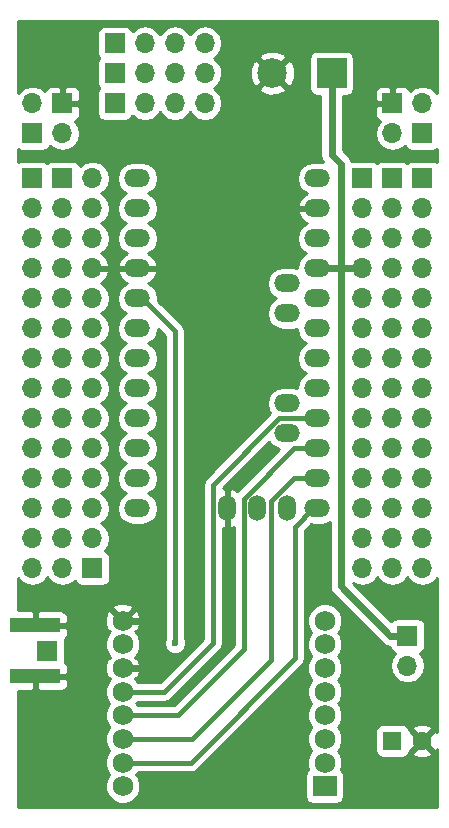
<source format=gbl>
G04 #@! TF.FileFunction,Copper,L2,Bot,Signal*
%FSLAX46Y46*%
G04 Gerber Fmt 4.6, Leading zero omitted, Abs format (unit mm)*
G04 Created by KiCad (PCBNEW 4.0.6) date 07/21/18 17:07:37*
%MOMM*%
%LPD*%
G01*
G04 APERTURE LIST*
%ADD10C,0.100000*%
%ADD11R,2.000000X1.727200*%
%ADD12C,1.727200*%
%ADD13R,1.700000X1.700000*%
%ADD14O,1.700000X1.700000*%
%ADD15R,4.191000X1.270000*%
%ADD16R,1.600000X1.600000*%
%ADD17C,1.600000*%
%ADD18O,2.199640X1.501140*%
%ADD19O,1.501140X2.199640*%
%ADD20R,2.500000X2.500000*%
%ADD21C,2.500000*%
%ADD22C,0.600000*%
%ADD23C,0.600000*%
%ADD24C,0.400000*%
%ADD25C,0.254000*%
G04 APERTURE END LIST*
D10*
D11*
X145385000Y-116235000D03*
D12*
X145385000Y-114235000D03*
X145385000Y-112235000D03*
X145385000Y-110235000D03*
X145385000Y-108235000D03*
X145385000Y-106235000D03*
X145385000Y-104235000D03*
X145385000Y-102235000D03*
X128285000Y-102235000D03*
X128285000Y-104235000D03*
X128285000Y-106235000D03*
X128285000Y-108235000D03*
X128285000Y-110235000D03*
X128285000Y-112235000D03*
X128285000Y-114235000D03*
X128285000Y-116235000D03*
D13*
X123190000Y-64770000D03*
D14*
X123190000Y-67310000D03*
X123190000Y-69850000D03*
X123190000Y-72390000D03*
X123190000Y-74930000D03*
X123190000Y-77470000D03*
X123190000Y-80010000D03*
X123190000Y-82550000D03*
X123190000Y-85090000D03*
X123190000Y-87630000D03*
X123190000Y-90170000D03*
X123190000Y-92710000D03*
X123190000Y-95250000D03*
X123190000Y-97790000D03*
D15*
X120904000Y-102628700D03*
X120904000Y-106921300D03*
D16*
X151130000Y-112395000D03*
D17*
X153630000Y-112395000D03*
D18*
X142240000Y-83820000D03*
X142240000Y-86360000D03*
X129540000Y-64770000D03*
X129540000Y-67310000D03*
X129540000Y-69850000D03*
X129540000Y-72390000D03*
X129540000Y-74930000D03*
X129540000Y-77470000D03*
X129540000Y-80010000D03*
X129540000Y-82550000D03*
X129540000Y-85090000D03*
X129540000Y-87630000D03*
X129540000Y-90170000D03*
X129540000Y-92710000D03*
X144780000Y-92710000D03*
X144780000Y-90170000D03*
X144780000Y-87630000D03*
X144780000Y-85090000D03*
X144780000Y-82550000D03*
X144780000Y-80010000D03*
X144780000Y-77470000D03*
X144780000Y-74930000D03*
X144780000Y-72390000D03*
X144780000Y-69850000D03*
X144780000Y-67310000D03*
X144780000Y-64770000D03*
X142240000Y-76200000D03*
X142240000Y-73660000D03*
D19*
X142240000Y-92710000D03*
X139700000Y-92710000D03*
X137160000Y-92710000D03*
D13*
X120650000Y-64770000D03*
D14*
X120650000Y-67310000D03*
X120650000Y-69850000D03*
X120650000Y-72390000D03*
X120650000Y-74930000D03*
X120650000Y-77470000D03*
X120650000Y-80010000D03*
X120650000Y-82550000D03*
X120650000Y-85090000D03*
X120650000Y-87630000D03*
X120650000Y-90170000D03*
X120650000Y-92710000D03*
X120650000Y-95250000D03*
X120650000Y-97790000D03*
D13*
X125730000Y-97790000D03*
D14*
X125730000Y-95250000D03*
X125730000Y-92710000D03*
X125730000Y-90170000D03*
X125730000Y-87630000D03*
X125730000Y-85090000D03*
X125730000Y-82550000D03*
X125730000Y-80010000D03*
X125730000Y-77470000D03*
X125730000Y-74930000D03*
X125730000Y-72390000D03*
X125730000Y-69850000D03*
X125730000Y-67310000D03*
X125730000Y-64770000D03*
D13*
X148590000Y-64770000D03*
D14*
X148590000Y-67310000D03*
X148590000Y-69850000D03*
X148590000Y-72390000D03*
X148590000Y-74930000D03*
X148590000Y-77470000D03*
X148590000Y-80010000D03*
X148590000Y-82550000D03*
X148590000Y-85090000D03*
X148590000Y-87630000D03*
X148590000Y-90170000D03*
X148590000Y-92710000D03*
X148590000Y-95250000D03*
X148590000Y-97790000D03*
D13*
X151130000Y-64770000D03*
D14*
X151130000Y-67310000D03*
X151130000Y-69850000D03*
X151130000Y-72390000D03*
X151130000Y-74930000D03*
X151130000Y-77470000D03*
X151130000Y-80010000D03*
X151130000Y-82550000D03*
X151130000Y-85090000D03*
X151130000Y-87630000D03*
X151130000Y-90170000D03*
X151130000Y-92710000D03*
X151130000Y-95250000D03*
X151130000Y-97790000D03*
D13*
X153670000Y-64770000D03*
D14*
X153670000Y-67310000D03*
X153670000Y-69850000D03*
X153670000Y-72390000D03*
X153670000Y-74930000D03*
X153670000Y-77470000D03*
X153670000Y-80010000D03*
X153670000Y-82550000D03*
X153670000Y-85090000D03*
X153670000Y-87630000D03*
X153670000Y-90170000D03*
X153670000Y-92710000D03*
X153670000Y-95250000D03*
X153670000Y-97790000D03*
D13*
X153670000Y-60960000D03*
D14*
X153670000Y-58420000D03*
D13*
X120650000Y-60960000D03*
D14*
X120650000Y-58420000D03*
D13*
X151130000Y-58420000D03*
D14*
X151130000Y-60960000D03*
D13*
X123190000Y-58420000D03*
D14*
X123190000Y-60960000D03*
D20*
X145970000Y-55880000D03*
D21*
X140970000Y-55880000D03*
D13*
X121920000Y-104775000D03*
X152400000Y-103505000D03*
D14*
X152400000Y-106045000D03*
D13*
X127635000Y-53340000D03*
D14*
X130175000Y-53340000D03*
X132715000Y-53340000D03*
X135255000Y-53340000D03*
D13*
X127635000Y-55880000D03*
D14*
X130175000Y-55880000D03*
X132715000Y-55880000D03*
X135255000Y-55880000D03*
D13*
X127635000Y-58420000D03*
D14*
X130175000Y-58420000D03*
X132715000Y-58420000D03*
X135255000Y-58420000D03*
D22*
X132715000Y-104140000D03*
D23*
X128285000Y-102235000D02*
X130810000Y-102235000D01*
X130810000Y-102235000D02*
X130810000Y-106045000D01*
X130810000Y-106045000D02*
X130620000Y-106235000D01*
X130620000Y-106235000D02*
X128285000Y-106235000D01*
X146748601Y-72390000D02*
X148590000Y-72390000D01*
X146748601Y-63563601D02*
X146748601Y-72390000D01*
X146748601Y-72390000D02*
X146748601Y-99303601D01*
X144780000Y-72390000D02*
X146748601Y-72390000D01*
X146748601Y-63563601D02*
X145970000Y-62785000D01*
X145970000Y-62785000D02*
X145970000Y-55880000D01*
X144780000Y-72390000D02*
X144430750Y-72390000D01*
X146748601Y-99303601D02*
X150950000Y-103505000D01*
X150950000Y-103505000D02*
X152400000Y-103505000D01*
D24*
X132695001Y-77735751D02*
X132695001Y-104120001D01*
X132695001Y-104120001D02*
X132715000Y-104140000D01*
X129889250Y-74930000D02*
X129540000Y-74930000D01*
X132695001Y-77735751D02*
X129889250Y-74930000D01*
X128285000Y-114235000D02*
X134050000Y-114235000D01*
X134050000Y-114235000D02*
X142875000Y-105410000D01*
X142875000Y-105410000D02*
X142875000Y-94265750D01*
X142875000Y-94265750D02*
X144430750Y-92710000D01*
X144430750Y-92710000D02*
X144780000Y-92710000D01*
X128285000Y-112235000D02*
X134145000Y-112235000D01*
X134145000Y-112235000D02*
X140850580Y-105529420D01*
X140850580Y-105529420D02*
X140850580Y-92123005D01*
X140850580Y-92123005D02*
X142803585Y-90170000D01*
X142803585Y-90170000D02*
X144780000Y-90170000D01*
X128285000Y-110235000D02*
X132970000Y-110235000D01*
X132970000Y-110235000D02*
X138549420Y-104655580D01*
X138549420Y-104655580D02*
X138549420Y-91884165D01*
X138549420Y-91884165D02*
X142803585Y-87630000D01*
X142803585Y-87630000D02*
X143280180Y-87630000D01*
X143280180Y-87630000D02*
X144780000Y-87630000D01*
X128285000Y-108235000D02*
X131795000Y-108235000D01*
X131795000Y-108235000D02*
X135909420Y-104120580D01*
X135909420Y-104120580D02*
X135909420Y-90714165D01*
X135909420Y-90714165D02*
X141533585Y-85090000D01*
X141533585Y-85090000D02*
X143280180Y-85090000D01*
X143280180Y-85090000D02*
X144780000Y-85090000D01*
D25*
G36*
X154890000Y-57580748D02*
X154749147Y-57369946D01*
X154267378Y-57048039D01*
X153699093Y-56935000D01*
X153640907Y-56935000D01*
X153072622Y-57048039D01*
X152590853Y-57369946D01*
X152586903Y-57375858D01*
X152518327Y-57210301D01*
X152339698Y-57031673D01*
X152106309Y-56935000D01*
X151415750Y-56935000D01*
X151257000Y-57093750D01*
X151257000Y-58293000D01*
X151277000Y-58293000D01*
X151277000Y-58547000D01*
X151257000Y-58547000D01*
X151257000Y-58567000D01*
X151003000Y-58567000D01*
X151003000Y-58547000D01*
X149803750Y-58547000D01*
X149645000Y-58705750D01*
X149645000Y-59396310D01*
X149741673Y-59629699D01*
X149920302Y-59808327D01*
X150094777Y-59880597D01*
X150050853Y-59909946D01*
X149728946Y-60391715D01*
X149615907Y-60960000D01*
X149728946Y-61528285D01*
X150050853Y-62010054D01*
X150532622Y-62331961D01*
X151100907Y-62445000D01*
X151159093Y-62445000D01*
X151727378Y-62331961D01*
X152209147Y-62010054D01*
X152209971Y-62008821D01*
X152216838Y-62045317D01*
X152355910Y-62261441D01*
X152568110Y-62406431D01*
X152820000Y-62457440D01*
X154520000Y-62457440D01*
X154755317Y-62413162D01*
X154890000Y-62326496D01*
X154890000Y-63404270D01*
X154771890Y-63323569D01*
X154520000Y-63272560D01*
X152820000Y-63272560D01*
X152584683Y-63316838D01*
X152397923Y-63437015D01*
X152231890Y-63323569D01*
X151980000Y-63272560D01*
X150280000Y-63272560D01*
X150044683Y-63316838D01*
X149857923Y-63437015D01*
X149691890Y-63323569D01*
X149440000Y-63272560D01*
X147740000Y-63272560D01*
X147629832Y-63293289D01*
X147612428Y-63205792D01*
X147409746Y-62902456D01*
X146905000Y-62397710D01*
X146905000Y-57777440D01*
X147220000Y-57777440D01*
X147455317Y-57733162D01*
X147671441Y-57594090D01*
X147774204Y-57443690D01*
X149645000Y-57443690D01*
X149645000Y-58134250D01*
X149803750Y-58293000D01*
X151003000Y-58293000D01*
X151003000Y-57093750D01*
X150844250Y-56935000D01*
X150153691Y-56935000D01*
X149920302Y-57031673D01*
X149741673Y-57210301D01*
X149645000Y-57443690D01*
X147774204Y-57443690D01*
X147816431Y-57381890D01*
X147867440Y-57130000D01*
X147867440Y-54630000D01*
X147823162Y-54394683D01*
X147684090Y-54178559D01*
X147471890Y-54033569D01*
X147220000Y-53982560D01*
X144720000Y-53982560D01*
X144484683Y-54026838D01*
X144268559Y-54165910D01*
X144123569Y-54378110D01*
X144072560Y-54630000D01*
X144072560Y-57130000D01*
X144116838Y-57365317D01*
X144255910Y-57581441D01*
X144468110Y-57726431D01*
X144720000Y-57777440D01*
X145035000Y-57777440D01*
X145035000Y-62785000D01*
X145106173Y-63142809D01*
X145283618Y-63408375D01*
X145163237Y-63384430D01*
X144396763Y-63384430D01*
X143866528Y-63489900D01*
X143417017Y-63790254D01*
X143116663Y-64239765D01*
X143011193Y-64770000D01*
X143116663Y-65300235D01*
X143417017Y-65749746D01*
X143866528Y-66050100D01*
X143874072Y-66051601D01*
X143783183Y-66078501D01*
X143361202Y-66420056D01*
X143102050Y-66897097D01*
X143087867Y-66968725D01*
X143210521Y-67183000D01*
X144653000Y-67183000D01*
X144653000Y-67163000D01*
X144907000Y-67163000D01*
X144907000Y-67183000D01*
X144927000Y-67183000D01*
X144927000Y-67437000D01*
X144907000Y-67437000D01*
X144907000Y-67457000D01*
X144653000Y-67457000D01*
X144653000Y-67437000D01*
X143210521Y-67437000D01*
X143087867Y-67651275D01*
X143102050Y-67722903D01*
X143361202Y-68199944D01*
X143783183Y-68541499D01*
X143874072Y-68568399D01*
X143866528Y-68569900D01*
X143417017Y-68870254D01*
X143116663Y-69319765D01*
X143011193Y-69850000D01*
X143116663Y-70380235D01*
X143417017Y-70829746D01*
X143851412Y-71120000D01*
X143417017Y-71410254D01*
X143116663Y-71859765D01*
X143018541Y-72353061D01*
X142623237Y-72274430D01*
X141856763Y-72274430D01*
X141326528Y-72379900D01*
X140877017Y-72680254D01*
X140576663Y-73129765D01*
X140471193Y-73660000D01*
X140576663Y-74190235D01*
X140877017Y-74639746D01*
X141311412Y-74930000D01*
X140877017Y-75220254D01*
X140576663Y-75669765D01*
X140471193Y-76200000D01*
X140576663Y-76730235D01*
X140877017Y-77179746D01*
X141326528Y-77480100D01*
X141856763Y-77585570D01*
X142623237Y-77585570D01*
X143018541Y-77506939D01*
X143116663Y-78000235D01*
X143417017Y-78449746D01*
X143851412Y-78740000D01*
X143417017Y-79030254D01*
X143116663Y-79479765D01*
X143011193Y-80010000D01*
X143116663Y-80540235D01*
X143417017Y-80989746D01*
X143851412Y-81280000D01*
X143417017Y-81570254D01*
X143116663Y-82019765D01*
X143018541Y-82513061D01*
X142623237Y-82434430D01*
X141856763Y-82434430D01*
X141326528Y-82539900D01*
X140877017Y-82840254D01*
X140576663Y-83289765D01*
X140471193Y-83820000D01*
X140576663Y-84350235D01*
X140783271Y-84659446D01*
X135318986Y-90123731D01*
X135137981Y-90394624D01*
X135074420Y-90714165D01*
X135074420Y-103774712D01*
X131449132Y-107400000D01*
X129561473Y-107400000D01*
X129556192Y-107387220D01*
X129423273Y-107254069D01*
X129453475Y-107223867D01*
X129338807Y-107109199D01*
X129591516Y-107027259D01*
X129795248Y-106466970D01*
X129769058Y-105871365D01*
X129591516Y-105442741D01*
X129338807Y-105360801D01*
X129453475Y-105246133D01*
X129423410Y-105216068D01*
X129554710Y-105084997D01*
X129783339Y-104534398D01*
X129783859Y-103938218D01*
X129556192Y-103387220D01*
X129423273Y-103254069D01*
X129453475Y-103223867D01*
X129338807Y-103109199D01*
X129591516Y-103027259D01*
X129795248Y-102466970D01*
X129769058Y-101871365D01*
X129591516Y-101442741D01*
X129338805Y-101360800D01*
X128464605Y-102235000D01*
X128478748Y-102249143D01*
X128299143Y-102428748D01*
X128285000Y-102414605D01*
X128270858Y-102428748D01*
X128091253Y-102249143D01*
X128105395Y-102235000D01*
X127231195Y-101360800D01*
X126978484Y-101442741D01*
X126774752Y-102003030D01*
X126800942Y-102598635D01*
X126978484Y-103027259D01*
X127231193Y-103109199D01*
X127116525Y-103223867D01*
X127146590Y-103253932D01*
X127015290Y-103385003D01*
X126786661Y-103935602D01*
X126786141Y-104531782D01*
X127013808Y-105082780D01*
X127146727Y-105215931D01*
X127116525Y-105246133D01*
X127231193Y-105360801D01*
X126978484Y-105442741D01*
X126774752Y-106003030D01*
X126800942Y-106598635D01*
X126978484Y-107027259D01*
X127231193Y-107109199D01*
X127116525Y-107223867D01*
X127146590Y-107253932D01*
X127015290Y-107385003D01*
X126786661Y-107935602D01*
X126786141Y-108531782D01*
X127013808Y-109082780D01*
X127165659Y-109234896D01*
X127015290Y-109385003D01*
X126786661Y-109935602D01*
X126786141Y-110531782D01*
X127013808Y-111082780D01*
X127165659Y-111234896D01*
X127015290Y-111385003D01*
X126786661Y-111935602D01*
X126786141Y-112531782D01*
X127013808Y-113082780D01*
X127165659Y-113234896D01*
X127015290Y-113385003D01*
X126786661Y-113935602D01*
X126786141Y-114531782D01*
X127013808Y-115082780D01*
X127165659Y-115234896D01*
X127015290Y-115385003D01*
X126786661Y-115935602D01*
X126786141Y-116531782D01*
X127013808Y-117082780D01*
X127435003Y-117504710D01*
X127985602Y-117733339D01*
X128581782Y-117733859D01*
X129132780Y-117506192D01*
X129554710Y-117084997D01*
X129783339Y-116534398D01*
X129783859Y-115938218D01*
X129556192Y-115387220D01*
X129540400Y-115371400D01*
X143737560Y-115371400D01*
X143737560Y-117098600D01*
X143781838Y-117333917D01*
X143920910Y-117550041D01*
X144133110Y-117695031D01*
X144385000Y-117746040D01*
X146385000Y-117746040D01*
X146620317Y-117701762D01*
X146836441Y-117562690D01*
X146981431Y-117350490D01*
X147032440Y-117098600D01*
X147032440Y-115371400D01*
X146988162Y-115136083D01*
X146849090Y-114919959D01*
X146751054Y-114852974D01*
X146883339Y-114534398D01*
X146883859Y-113938218D01*
X146656192Y-113387220D01*
X146504341Y-113235104D01*
X146654710Y-113084997D01*
X146883339Y-112534398D01*
X146883859Y-111938218D01*
X146742045Y-111595000D01*
X149682560Y-111595000D01*
X149682560Y-113195000D01*
X149726838Y-113430317D01*
X149865910Y-113646441D01*
X150078110Y-113791431D01*
X150330000Y-113842440D01*
X151930000Y-113842440D01*
X152165317Y-113798162D01*
X152381441Y-113659090D01*
X152526431Y-113446890D01*
X152535370Y-113402745D01*
X152801861Y-113402745D01*
X152875995Y-113648864D01*
X153413223Y-113841965D01*
X153983454Y-113814778D01*
X154384005Y-113648864D01*
X154458139Y-113402745D01*
X153630000Y-112574605D01*
X152801861Y-113402745D01*
X152535370Y-113402745D01*
X152574646Y-113208799D01*
X152622255Y-113223139D01*
X153450395Y-112395000D01*
X152622255Y-111566861D01*
X152574833Y-111581145D01*
X152538351Y-111387255D01*
X152801861Y-111387255D01*
X153630000Y-112215395D01*
X154458139Y-111387255D01*
X154384005Y-111141136D01*
X153846777Y-110948035D01*
X153276546Y-110975222D01*
X152875995Y-111141136D01*
X152801861Y-111387255D01*
X152538351Y-111387255D01*
X152533162Y-111359683D01*
X152394090Y-111143559D01*
X152181890Y-110998569D01*
X151930000Y-110947560D01*
X150330000Y-110947560D01*
X150094683Y-110991838D01*
X149878559Y-111130910D01*
X149733569Y-111343110D01*
X149682560Y-111595000D01*
X146742045Y-111595000D01*
X146656192Y-111387220D01*
X146504341Y-111235104D01*
X146654710Y-111084997D01*
X146883339Y-110534398D01*
X146883859Y-109938218D01*
X146656192Y-109387220D01*
X146504341Y-109235104D01*
X146654710Y-109084997D01*
X146883339Y-108534398D01*
X146883859Y-107938218D01*
X146656192Y-107387220D01*
X146504341Y-107235104D01*
X146654710Y-107084997D01*
X146883339Y-106534398D01*
X146883859Y-105938218D01*
X146656192Y-105387220D01*
X146504341Y-105235104D01*
X146654710Y-105084997D01*
X146883339Y-104534398D01*
X146883859Y-103938218D01*
X146656192Y-103387220D01*
X146504341Y-103235104D01*
X146654710Y-103084997D01*
X146883339Y-102534398D01*
X146883859Y-101938218D01*
X146656192Y-101387220D01*
X146234997Y-100965290D01*
X145684398Y-100736661D01*
X145088218Y-100736141D01*
X144537220Y-100963808D01*
X144115290Y-101385003D01*
X143886661Y-101935602D01*
X143886141Y-102531782D01*
X144113808Y-103082780D01*
X144265659Y-103234896D01*
X144115290Y-103385003D01*
X143886661Y-103935602D01*
X143886141Y-104531782D01*
X144113808Y-105082780D01*
X144265659Y-105234896D01*
X144115290Y-105385003D01*
X143886661Y-105935602D01*
X143886141Y-106531782D01*
X144113808Y-107082780D01*
X144265659Y-107234896D01*
X144115290Y-107385003D01*
X143886661Y-107935602D01*
X143886141Y-108531782D01*
X144113808Y-109082780D01*
X144265659Y-109234896D01*
X144115290Y-109385003D01*
X143886661Y-109935602D01*
X143886141Y-110531782D01*
X144113808Y-111082780D01*
X144265659Y-111234896D01*
X144115290Y-111385003D01*
X143886661Y-111935602D01*
X143886141Y-112531782D01*
X144113808Y-113082780D01*
X144265659Y-113234896D01*
X144115290Y-113385003D01*
X143886661Y-113935602D01*
X143886141Y-114531782D01*
X144018675Y-114852539D01*
X143933559Y-114907310D01*
X143788569Y-115119510D01*
X143737560Y-115371400D01*
X129540400Y-115371400D01*
X129404341Y-115235104D01*
X129554710Y-115084997D01*
X129560937Y-115070000D01*
X134050000Y-115070000D01*
X134369541Y-115006439D01*
X134640434Y-114825434D01*
X143465434Y-106000434D01*
X143646440Y-105729540D01*
X143710000Y-105410000D01*
X143710000Y-94611618D01*
X144254371Y-94067247D01*
X144396763Y-94095570D01*
X145163237Y-94095570D01*
X145693472Y-93990100D01*
X145813601Y-93909832D01*
X145813601Y-99303601D01*
X145884774Y-99661410D01*
X146087456Y-99964746D01*
X150288855Y-104166145D01*
X150592191Y-104368827D01*
X150917331Y-104433502D01*
X150946838Y-104590317D01*
X151085910Y-104806441D01*
X151298110Y-104951431D01*
X151365541Y-104965086D01*
X151320853Y-104994946D01*
X150998946Y-105476715D01*
X150885907Y-106045000D01*
X150998946Y-106613285D01*
X151320853Y-107095054D01*
X151802622Y-107416961D01*
X152370907Y-107530000D01*
X152429093Y-107530000D01*
X152997378Y-107416961D01*
X153479147Y-107095054D01*
X153801054Y-106613285D01*
X153914093Y-106045000D01*
X153801054Y-105476715D01*
X153479147Y-104994946D01*
X153437548Y-104967150D01*
X153485317Y-104958162D01*
X153701441Y-104819090D01*
X153846431Y-104606890D01*
X153897440Y-104355000D01*
X153897440Y-102655000D01*
X153853162Y-102419683D01*
X153714090Y-102203559D01*
X153501890Y-102058569D01*
X153250000Y-102007560D01*
X151550000Y-102007560D01*
X151314683Y-102051838D01*
X151098559Y-102190910D01*
X151041585Y-102274295D01*
X147801644Y-99034354D01*
X147992622Y-99161961D01*
X148560907Y-99275000D01*
X148619093Y-99275000D01*
X149187378Y-99161961D01*
X149669147Y-98840054D01*
X149860000Y-98554422D01*
X150050853Y-98840054D01*
X150532622Y-99161961D01*
X151100907Y-99275000D01*
X151159093Y-99275000D01*
X151727378Y-99161961D01*
X152209147Y-98840054D01*
X152400000Y-98554422D01*
X152590853Y-98840054D01*
X153072622Y-99161961D01*
X153640907Y-99275000D01*
X153699093Y-99275000D01*
X154267378Y-99161961D01*
X154749147Y-98840054D01*
X154890000Y-98629252D01*
X154890000Y-111655809D01*
X154883864Y-111640995D01*
X154637745Y-111566861D01*
X153809605Y-112395000D01*
X154637745Y-113223139D01*
X154883864Y-113149005D01*
X154890000Y-113131934D01*
X154890000Y-117983000D01*
X119430000Y-117983000D01*
X119430000Y-108191300D01*
X120618250Y-108191300D01*
X120777000Y-108032550D01*
X120777000Y-107048300D01*
X121031000Y-107048300D01*
X121031000Y-108032550D01*
X121189750Y-108191300D01*
X123125810Y-108191300D01*
X123359199Y-108094627D01*
X123537827Y-107915998D01*
X123634500Y-107682609D01*
X123634500Y-107207050D01*
X123475750Y-107048300D01*
X121031000Y-107048300D01*
X120777000Y-107048300D01*
X120757000Y-107048300D01*
X120757000Y-106794300D01*
X120777000Y-106794300D01*
X120777000Y-106774300D01*
X121031000Y-106774300D01*
X121031000Y-106794300D01*
X123475750Y-106794300D01*
X123634500Y-106635550D01*
X123634500Y-106159991D01*
X123537827Y-105926602D01*
X123386923Y-105775697D01*
X123417440Y-105625000D01*
X123417440Y-103925000D01*
X123388742Y-103772484D01*
X123537827Y-103623398D01*
X123634500Y-103390009D01*
X123634500Y-102914450D01*
X123475750Y-102755700D01*
X121031000Y-102755700D01*
X121031000Y-102775700D01*
X120777000Y-102775700D01*
X120777000Y-102755700D01*
X120757000Y-102755700D01*
X120757000Y-102501700D01*
X120777000Y-102501700D01*
X120777000Y-101517450D01*
X121031000Y-101517450D01*
X121031000Y-102501700D01*
X123475750Y-102501700D01*
X123634500Y-102342950D01*
X123634500Y-101867391D01*
X123537827Y-101634002D01*
X123359199Y-101455373D01*
X123125810Y-101358700D01*
X121189750Y-101358700D01*
X121031000Y-101517450D01*
X120777000Y-101517450D01*
X120618250Y-101358700D01*
X119430000Y-101358700D01*
X119430000Y-101181195D01*
X127410800Y-101181195D01*
X128285000Y-102055395D01*
X129159200Y-101181195D01*
X129077259Y-100928484D01*
X128516970Y-100724752D01*
X127921365Y-100750942D01*
X127492741Y-100928484D01*
X127410800Y-101181195D01*
X119430000Y-101181195D01*
X119430000Y-98629252D01*
X119570853Y-98840054D01*
X120052622Y-99161961D01*
X120620907Y-99275000D01*
X120679093Y-99275000D01*
X121247378Y-99161961D01*
X121729147Y-98840054D01*
X121920000Y-98554422D01*
X122110853Y-98840054D01*
X122592622Y-99161961D01*
X123160907Y-99275000D01*
X123219093Y-99275000D01*
X123787378Y-99161961D01*
X124269147Y-98840054D01*
X124269971Y-98838821D01*
X124276838Y-98875317D01*
X124415910Y-99091441D01*
X124628110Y-99236431D01*
X124880000Y-99287440D01*
X126580000Y-99287440D01*
X126815317Y-99243162D01*
X127031441Y-99104090D01*
X127176431Y-98891890D01*
X127227440Y-98640000D01*
X127227440Y-96940000D01*
X127183162Y-96704683D01*
X127044090Y-96488559D01*
X126831890Y-96343569D01*
X126764459Y-96329914D01*
X126809147Y-96300054D01*
X127131054Y-95818285D01*
X127244093Y-95250000D01*
X127131054Y-94681715D01*
X126809147Y-94199946D01*
X126479974Y-93980000D01*
X126809147Y-93760054D01*
X127131054Y-93278285D01*
X127244093Y-92710000D01*
X127131054Y-92141715D01*
X126809147Y-91659946D01*
X126479974Y-91440000D01*
X126809147Y-91220054D01*
X127131054Y-90738285D01*
X127244093Y-90170000D01*
X127131054Y-89601715D01*
X126809147Y-89119946D01*
X126479974Y-88900000D01*
X126809147Y-88680054D01*
X127131054Y-88198285D01*
X127244093Y-87630000D01*
X127131054Y-87061715D01*
X126809147Y-86579946D01*
X126479974Y-86360000D01*
X126809147Y-86140054D01*
X127131054Y-85658285D01*
X127244093Y-85090000D01*
X127131054Y-84521715D01*
X126809147Y-84039946D01*
X126479974Y-83820000D01*
X126809147Y-83600054D01*
X127131054Y-83118285D01*
X127244093Y-82550000D01*
X127131054Y-81981715D01*
X126809147Y-81499946D01*
X126479974Y-81280000D01*
X126809147Y-81060054D01*
X127131054Y-80578285D01*
X127244093Y-80010000D01*
X127131054Y-79441715D01*
X126809147Y-78959946D01*
X126479974Y-78740000D01*
X126809147Y-78520054D01*
X127131054Y-78038285D01*
X127244093Y-77470000D01*
X127131054Y-76901715D01*
X126809147Y-76419946D01*
X126479974Y-76200000D01*
X126809147Y-75980054D01*
X127131054Y-75498285D01*
X127244093Y-74930000D01*
X127771193Y-74930000D01*
X127876663Y-75460235D01*
X128177017Y-75909746D01*
X128611412Y-76200000D01*
X128177017Y-76490254D01*
X127876663Y-76939765D01*
X127771193Y-77470000D01*
X127876663Y-78000235D01*
X128177017Y-78449746D01*
X128611412Y-78740000D01*
X128177017Y-79030254D01*
X127876663Y-79479765D01*
X127771193Y-80010000D01*
X127876663Y-80540235D01*
X128177017Y-80989746D01*
X128611412Y-81280000D01*
X128177017Y-81570254D01*
X127876663Y-82019765D01*
X127771193Y-82550000D01*
X127876663Y-83080235D01*
X128177017Y-83529746D01*
X128611412Y-83820000D01*
X128177017Y-84110254D01*
X127876663Y-84559765D01*
X127771193Y-85090000D01*
X127876663Y-85620235D01*
X128177017Y-86069746D01*
X128611412Y-86360000D01*
X128177017Y-86650254D01*
X127876663Y-87099765D01*
X127771193Y-87630000D01*
X127876663Y-88160235D01*
X128177017Y-88609746D01*
X128611412Y-88900000D01*
X128177017Y-89190254D01*
X127876663Y-89639765D01*
X127771193Y-90170000D01*
X127876663Y-90700235D01*
X128177017Y-91149746D01*
X128611412Y-91440000D01*
X128177017Y-91730254D01*
X127876663Y-92179765D01*
X127771193Y-92710000D01*
X127876663Y-93240235D01*
X128177017Y-93689746D01*
X128626528Y-93990100D01*
X129156763Y-94095570D01*
X129923237Y-94095570D01*
X130453472Y-93990100D01*
X130902983Y-93689746D01*
X131203337Y-93240235D01*
X131308807Y-92710000D01*
X131203337Y-92179765D01*
X130902983Y-91730254D01*
X130468588Y-91440000D01*
X130902983Y-91149746D01*
X131203337Y-90700235D01*
X131308807Y-90170000D01*
X131203337Y-89639765D01*
X130902983Y-89190254D01*
X130468588Y-88900000D01*
X130902983Y-88609746D01*
X131203337Y-88160235D01*
X131308807Y-87630000D01*
X131203337Y-87099765D01*
X130902983Y-86650254D01*
X130468588Y-86360000D01*
X130902983Y-86069746D01*
X131203337Y-85620235D01*
X131308807Y-85090000D01*
X131203337Y-84559765D01*
X130902983Y-84110254D01*
X130468588Y-83820000D01*
X130902983Y-83529746D01*
X131203337Y-83080235D01*
X131308807Y-82550000D01*
X131203337Y-82019765D01*
X130902983Y-81570254D01*
X130468588Y-81280000D01*
X130902983Y-80989746D01*
X131203337Y-80540235D01*
X131308807Y-80010000D01*
X131203337Y-79479765D01*
X130902983Y-79030254D01*
X130468588Y-78740000D01*
X130902983Y-78449746D01*
X131203337Y-78000235D01*
X131298782Y-77520400D01*
X131860001Y-78081619D01*
X131860001Y-103760928D01*
X131780162Y-103953201D01*
X131779838Y-104325167D01*
X131921883Y-104668943D01*
X132184673Y-104932192D01*
X132528201Y-105074838D01*
X132900167Y-105075162D01*
X133243943Y-104933117D01*
X133507192Y-104670327D01*
X133649838Y-104326799D01*
X133650162Y-103954833D01*
X133530001Y-103664020D01*
X133530001Y-77735751D01*
X133466440Y-77416210D01*
X133285435Y-77145317D01*
X131269206Y-75129088D01*
X131308807Y-74930000D01*
X131203337Y-74399765D01*
X130902983Y-73950254D01*
X130453472Y-73649900D01*
X130445928Y-73648399D01*
X130536817Y-73621499D01*
X130958798Y-73279944D01*
X131217950Y-72802903D01*
X131232133Y-72731275D01*
X131109479Y-72517000D01*
X129667000Y-72517000D01*
X129667000Y-72537000D01*
X129413000Y-72537000D01*
X129413000Y-72517000D01*
X127970521Y-72517000D01*
X127847867Y-72731275D01*
X127862050Y-72802903D01*
X128121202Y-73279944D01*
X128543183Y-73621499D01*
X128634072Y-73648399D01*
X128626528Y-73649900D01*
X128177017Y-73950254D01*
X127876663Y-74399765D01*
X127771193Y-74930000D01*
X127244093Y-74930000D01*
X127131054Y-74361715D01*
X126809147Y-73879946D01*
X126468447Y-73652298D01*
X126611358Y-73585183D01*
X127001645Y-73156924D01*
X127171476Y-72746890D01*
X127050155Y-72517000D01*
X125857000Y-72517000D01*
X125857000Y-72537000D01*
X125603000Y-72537000D01*
X125603000Y-72517000D01*
X125583000Y-72517000D01*
X125583000Y-72263000D01*
X125603000Y-72263000D01*
X125603000Y-72243000D01*
X125857000Y-72243000D01*
X125857000Y-72263000D01*
X127050155Y-72263000D01*
X127171476Y-72033110D01*
X127001645Y-71623076D01*
X126611358Y-71194817D01*
X126468447Y-71127702D01*
X126809147Y-70900054D01*
X127131054Y-70418285D01*
X127244093Y-69850000D01*
X127131054Y-69281715D01*
X126809147Y-68799946D01*
X126479974Y-68580000D01*
X126809147Y-68360054D01*
X127131054Y-67878285D01*
X127244093Y-67310000D01*
X127131054Y-66741715D01*
X126809147Y-66259946D01*
X126479974Y-66040000D01*
X126809147Y-65820054D01*
X127131054Y-65338285D01*
X127244093Y-64770000D01*
X127771193Y-64770000D01*
X127876663Y-65300235D01*
X128177017Y-65749746D01*
X128611412Y-66040000D01*
X128177017Y-66330254D01*
X127876663Y-66779765D01*
X127771193Y-67310000D01*
X127876663Y-67840235D01*
X128177017Y-68289746D01*
X128611412Y-68580000D01*
X128177017Y-68870254D01*
X127876663Y-69319765D01*
X127771193Y-69850000D01*
X127876663Y-70380235D01*
X128177017Y-70829746D01*
X128626528Y-71130100D01*
X128634072Y-71131601D01*
X128543183Y-71158501D01*
X128121202Y-71500056D01*
X127862050Y-71977097D01*
X127847867Y-72048725D01*
X127970521Y-72263000D01*
X129413000Y-72263000D01*
X129413000Y-72243000D01*
X129667000Y-72243000D01*
X129667000Y-72263000D01*
X131109479Y-72263000D01*
X131232133Y-72048725D01*
X131217950Y-71977097D01*
X130958798Y-71500056D01*
X130536817Y-71158501D01*
X130445928Y-71131601D01*
X130453472Y-71130100D01*
X130902983Y-70829746D01*
X131203337Y-70380235D01*
X131308807Y-69850000D01*
X131203337Y-69319765D01*
X130902983Y-68870254D01*
X130468588Y-68580000D01*
X130902983Y-68289746D01*
X131203337Y-67840235D01*
X131308807Y-67310000D01*
X131203337Y-66779765D01*
X130902983Y-66330254D01*
X130468588Y-66040000D01*
X130902983Y-65749746D01*
X131203337Y-65300235D01*
X131308807Y-64770000D01*
X131203337Y-64239765D01*
X130902983Y-63790254D01*
X130453472Y-63489900D01*
X129923237Y-63384430D01*
X129156763Y-63384430D01*
X128626528Y-63489900D01*
X128177017Y-63790254D01*
X127876663Y-64239765D01*
X127771193Y-64770000D01*
X127244093Y-64770000D01*
X127131054Y-64201715D01*
X126809147Y-63719946D01*
X126327378Y-63398039D01*
X125759093Y-63285000D01*
X125700907Y-63285000D01*
X125132622Y-63398039D01*
X124650853Y-63719946D01*
X124650029Y-63721179D01*
X124643162Y-63684683D01*
X124504090Y-63468559D01*
X124291890Y-63323569D01*
X124040000Y-63272560D01*
X122340000Y-63272560D01*
X122104683Y-63316838D01*
X121917923Y-63437015D01*
X121751890Y-63323569D01*
X121500000Y-63272560D01*
X119800000Y-63272560D01*
X119564683Y-63316838D01*
X119430000Y-63403504D01*
X119430000Y-62325730D01*
X119548110Y-62406431D01*
X119800000Y-62457440D01*
X121500000Y-62457440D01*
X121735317Y-62413162D01*
X121951441Y-62274090D01*
X122096431Y-62061890D01*
X122107841Y-62005546D01*
X122110853Y-62010054D01*
X122592622Y-62331961D01*
X123160907Y-62445000D01*
X123219093Y-62445000D01*
X123787378Y-62331961D01*
X124269147Y-62010054D01*
X124591054Y-61528285D01*
X124704093Y-60960000D01*
X124591054Y-60391715D01*
X124269147Y-59909946D01*
X124225223Y-59880597D01*
X124399698Y-59808327D01*
X124578327Y-59629699D01*
X124675000Y-59396310D01*
X124675000Y-58705750D01*
X124516250Y-58547000D01*
X123317000Y-58547000D01*
X123317000Y-58567000D01*
X123063000Y-58567000D01*
X123063000Y-58547000D01*
X123043000Y-58547000D01*
X123043000Y-58293000D01*
X123063000Y-58293000D01*
X123063000Y-57093750D01*
X123317000Y-57093750D01*
X123317000Y-58293000D01*
X124516250Y-58293000D01*
X124675000Y-58134250D01*
X124675000Y-57443690D01*
X124578327Y-57210301D01*
X124399698Y-57031673D01*
X124166309Y-56935000D01*
X123475750Y-56935000D01*
X123317000Y-57093750D01*
X123063000Y-57093750D01*
X122904250Y-56935000D01*
X122213691Y-56935000D01*
X121980302Y-57031673D01*
X121801673Y-57210301D01*
X121733097Y-57375858D01*
X121729147Y-57369946D01*
X121247378Y-57048039D01*
X120679093Y-56935000D01*
X120620907Y-56935000D01*
X120052622Y-57048039D01*
X119570853Y-57369946D01*
X119430000Y-57580748D01*
X119430000Y-52490000D01*
X126137560Y-52490000D01*
X126137560Y-54190000D01*
X126181838Y-54425317D01*
X126302015Y-54612077D01*
X126188569Y-54778110D01*
X126137560Y-55030000D01*
X126137560Y-56730000D01*
X126181838Y-56965317D01*
X126302015Y-57152077D01*
X126188569Y-57318110D01*
X126137560Y-57570000D01*
X126137560Y-59270000D01*
X126181838Y-59505317D01*
X126320910Y-59721441D01*
X126533110Y-59866431D01*
X126785000Y-59917440D01*
X128485000Y-59917440D01*
X128720317Y-59873162D01*
X128936441Y-59734090D01*
X129081431Y-59521890D01*
X129095086Y-59454459D01*
X129124946Y-59499147D01*
X129606715Y-59821054D01*
X130175000Y-59934093D01*
X130743285Y-59821054D01*
X131225054Y-59499147D01*
X131445000Y-59169974D01*
X131664946Y-59499147D01*
X132146715Y-59821054D01*
X132715000Y-59934093D01*
X133283285Y-59821054D01*
X133765054Y-59499147D01*
X133985000Y-59169974D01*
X134204946Y-59499147D01*
X134686715Y-59821054D01*
X135255000Y-59934093D01*
X135823285Y-59821054D01*
X136305054Y-59499147D01*
X136626961Y-59017378D01*
X136740000Y-58449093D01*
X136740000Y-58390907D01*
X136626961Y-57822622D01*
X136305054Y-57340853D01*
X136114188Y-57213320D01*
X139816285Y-57213320D01*
X139945533Y-57506123D01*
X140645806Y-57774388D01*
X141395435Y-57754250D01*
X141994467Y-57506123D01*
X142123715Y-57213320D01*
X140970000Y-56059605D01*
X139816285Y-57213320D01*
X136114188Y-57213320D01*
X136019422Y-57150000D01*
X136305054Y-56959147D01*
X136626961Y-56477378D01*
X136740000Y-55909093D01*
X136740000Y-55850907D01*
X136681301Y-55555806D01*
X139075612Y-55555806D01*
X139095750Y-56305435D01*
X139343877Y-56904467D01*
X139636680Y-57033715D01*
X140790395Y-55880000D01*
X141149605Y-55880000D01*
X142303320Y-57033715D01*
X142596123Y-56904467D01*
X142864388Y-56204194D01*
X142844250Y-55454565D01*
X142596123Y-54855533D01*
X142303320Y-54726285D01*
X141149605Y-55880000D01*
X140790395Y-55880000D01*
X139636680Y-54726285D01*
X139343877Y-54855533D01*
X139075612Y-55555806D01*
X136681301Y-55555806D01*
X136626961Y-55282622D01*
X136305054Y-54800853D01*
X136019422Y-54610000D01*
X136114187Y-54546680D01*
X139816285Y-54546680D01*
X140970000Y-55700395D01*
X142123715Y-54546680D01*
X141994467Y-54253877D01*
X141294194Y-53985612D01*
X140544565Y-54005750D01*
X139945533Y-54253877D01*
X139816285Y-54546680D01*
X136114187Y-54546680D01*
X136305054Y-54419147D01*
X136626961Y-53937378D01*
X136740000Y-53369093D01*
X136740000Y-53310907D01*
X136626961Y-52742622D01*
X136305054Y-52260853D01*
X135823285Y-51938946D01*
X135255000Y-51825907D01*
X134686715Y-51938946D01*
X134204946Y-52260853D01*
X133985000Y-52590026D01*
X133765054Y-52260853D01*
X133283285Y-51938946D01*
X132715000Y-51825907D01*
X132146715Y-51938946D01*
X131664946Y-52260853D01*
X131445000Y-52590026D01*
X131225054Y-52260853D01*
X130743285Y-51938946D01*
X130175000Y-51825907D01*
X129606715Y-51938946D01*
X129124946Y-52260853D01*
X129097150Y-52302452D01*
X129088162Y-52254683D01*
X128949090Y-52038559D01*
X128736890Y-51893569D01*
X128485000Y-51842560D01*
X126785000Y-51842560D01*
X126549683Y-51886838D01*
X126333559Y-52025910D01*
X126188569Y-52238110D01*
X126137560Y-52490000D01*
X119430000Y-52490000D01*
X119430000Y-51485000D01*
X154890000Y-51485000D01*
X154890000Y-57580748D01*
X154890000Y-57580748D01*
G37*
X154890000Y-57580748D02*
X154749147Y-57369946D01*
X154267378Y-57048039D01*
X153699093Y-56935000D01*
X153640907Y-56935000D01*
X153072622Y-57048039D01*
X152590853Y-57369946D01*
X152586903Y-57375858D01*
X152518327Y-57210301D01*
X152339698Y-57031673D01*
X152106309Y-56935000D01*
X151415750Y-56935000D01*
X151257000Y-57093750D01*
X151257000Y-58293000D01*
X151277000Y-58293000D01*
X151277000Y-58547000D01*
X151257000Y-58547000D01*
X151257000Y-58567000D01*
X151003000Y-58567000D01*
X151003000Y-58547000D01*
X149803750Y-58547000D01*
X149645000Y-58705750D01*
X149645000Y-59396310D01*
X149741673Y-59629699D01*
X149920302Y-59808327D01*
X150094777Y-59880597D01*
X150050853Y-59909946D01*
X149728946Y-60391715D01*
X149615907Y-60960000D01*
X149728946Y-61528285D01*
X150050853Y-62010054D01*
X150532622Y-62331961D01*
X151100907Y-62445000D01*
X151159093Y-62445000D01*
X151727378Y-62331961D01*
X152209147Y-62010054D01*
X152209971Y-62008821D01*
X152216838Y-62045317D01*
X152355910Y-62261441D01*
X152568110Y-62406431D01*
X152820000Y-62457440D01*
X154520000Y-62457440D01*
X154755317Y-62413162D01*
X154890000Y-62326496D01*
X154890000Y-63404270D01*
X154771890Y-63323569D01*
X154520000Y-63272560D01*
X152820000Y-63272560D01*
X152584683Y-63316838D01*
X152397923Y-63437015D01*
X152231890Y-63323569D01*
X151980000Y-63272560D01*
X150280000Y-63272560D01*
X150044683Y-63316838D01*
X149857923Y-63437015D01*
X149691890Y-63323569D01*
X149440000Y-63272560D01*
X147740000Y-63272560D01*
X147629832Y-63293289D01*
X147612428Y-63205792D01*
X147409746Y-62902456D01*
X146905000Y-62397710D01*
X146905000Y-57777440D01*
X147220000Y-57777440D01*
X147455317Y-57733162D01*
X147671441Y-57594090D01*
X147774204Y-57443690D01*
X149645000Y-57443690D01*
X149645000Y-58134250D01*
X149803750Y-58293000D01*
X151003000Y-58293000D01*
X151003000Y-57093750D01*
X150844250Y-56935000D01*
X150153691Y-56935000D01*
X149920302Y-57031673D01*
X149741673Y-57210301D01*
X149645000Y-57443690D01*
X147774204Y-57443690D01*
X147816431Y-57381890D01*
X147867440Y-57130000D01*
X147867440Y-54630000D01*
X147823162Y-54394683D01*
X147684090Y-54178559D01*
X147471890Y-54033569D01*
X147220000Y-53982560D01*
X144720000Y-53982560D01*
X144484683Y-54026838D01*
X144268559Y-54165910D01*
X144123569Y-54378110D01*
X144072560Y-54630000D01*
X144072560Y-57130000D01*
X144116838Y-57365317D01*
X144255910Y-57581441D01*
X144468110Y-57726431D01*
X144720000Y-57777440D01*
X145035000Y-57777440D01*
X145035000Y-62785000D01*
X145106173Y-63142809D01*
X145283618Y-63408375D01*
X145163237Y-63384430D01*
X144396763Y-63384430D01*
X143866528Y-63489900D01*
X143417017Y-63790254D01*
X143116663Y-64239765D01*
X143011193Y-64770000D01*
X143116663Y-65300235D01*
X143417017Y-65749746D01*
X143866528Y-66050100D01*
X143874072Y-66051601D01*
X143783183Y-66078501D01*
X143361202Y-66420056D01*
X143102050Y-66897097D01*
X143087867Y-66968725D01*
X143210521Y-67183000D01*
X144653000Y-67183000D01*
X144653000Y-67163000D01*
X144907000Y-67163000D01*
X144907000Y-67183000D01*
X144927000Y-67183000D01*
X144927000Y-67437000D01*
X144907000Y-67437000D01*
X144907000Y-67457000D01*
X144653000Y-67457000D01*
X144653000Y-67437000D01*
X143210521Y-67437000D01*
X143087867Y-67651275D01*
X143102050Y-67722903D01*
X143361202Y-68199944D01*
X143783183Y-68541499D01*
X143874072Y-68568399D01*
X143866528Y-68569900D01*
X143417017Y-68870254D01*
X143116663Y-69319765D01*
X143011193Y-69850000D01*
X143116663Y-70380235D01*
X143417017Y-70829746D01*
X143851412Y-71120000D01*
X143417017Y-71410254D01*
X143116663Y-71859765D01*
X143018541Y-72353061D01*
X142623237Y-72274430D01*
X141856763Y-72274430D01*
X141326528Y-72379900D01*
X140877017Y-72680254D01*
X140576663Y-73129765D01*
X140471193Y-73660000D01*
X140576663Y-74190235D01*
X140877017Y-74639746D01*
X141311412Y-74930000D01*
X140877017Y-75220254D01*
X140576663Y-75669765D01*
X140471193Y-76200000D01*
X140576663Y-76730235D01*
X140877017Y-77179746D01*
X141326528Y-77480100D01*
X141856763Y-77585570D01*
X142623237Y-77585570D01*
X143018541Y-77506939D01*
X143116663Y-78000235D01*
X143417017Y-78449746D01*
X143851412Y-78740000D01*
X143417017Y-79030254D01*
X143116663Y-79479765D01*
X143011193Y-80010000D01*
X143116663Y-80540235D01*
X143417017Y-80989746D01*
X143851412Y-81280000D01*
X143417017Y-81570254D01*
X143116663Y-82019765D01*
X143018541Y-82513061D01*
X142623237Y-82434430D01*
X141856763Y-82434430D01*
X141326528Y-82539900D01*
X140877017Y-82840254D01*
X140576663Y-83289765D01*
X140471193Y-83820000D01*
X140576663Y-84350235D01*
X140783271Y-84659446D01*
X135318986Y-90123731D01*
X135137981Y-90394624D01*
X135074420Y-90714165D01*
X135074420Y-103774712D01*
X131449132Y-107400000D01*
X129561473Y-107400000D01*
X129556192Y-107387220D01*
X129423273Y-107254069D01*
X129453475Y-107223867D01*
X129338807Y-107109199D01*
X129591516Y-107027259D01*
X129795248Y-106466970D01*
X129769058Y-105871365D01*
X129591516Y-105442741D01*
X129338807Y-105360801D01*
X129453475Y-105246133D01*
X129423410Y-105216068D01*
X129554710Y-105084997D01*
X129783339Y-104534398D01*
X129783859Y-103938218D01*
X129556192Y-103387220D01*
X129423273Y-103254069D01*
X129453475Y-103223867D01*
X129338807Y-103109199D01*
X129591516Y-103027259D01*
X129795248Y-102466970D01*
X129769058Y-101871365D01*
X129591516Y-101442741D01*
X129338805Y-101360800D01*
X128464605Y-102235000D01*
X128478748Y-102249143D01*
X128299143Y-102428748D01*
X128285000Y-102414605D01*
X128270858Y-102428748D01*
X128091253Y-102249143D01*
X128105395Y-102235000D01*
X127231195Y-101360800D01*
X126978484Y-101442741D01*
X126774752Y-102003030D01*
X126800942Y-102598635D01*
X126978484Y-103027259D01*
X127231193Y-103109199D01*
X127116525Y-103223867D01*
X127146590Y-103253932D01*
X127015290Y-103385003D01*
X126786661Y-103935602D01*
X126786141Y-104531782D01*
X127013808Y-105082780D01*
X127146727Y-105215931D01*
X127116525Y-105246133D01*
X127231193Y-105360801D01*
X126978484Y-105442741D01*
X126774752Y-106003030D01*
X126800942Y-106598635D01*
X126978484Y-107027259D01*
X127231193Y-107109199D01*
X127116525Y-107223867D01*
X127146590Y-107253932D01*
X127015290Y-107385003D01*
X126786661Y-107935602D01*
X126786141Y-108531782D01*
X127013808Y-109082780D01*
X127165659Y-109234896D01*
X127015290Y-109385003D01*
X126786661Y-109935602D01*
X126786141Y-110531782D01*
X127013808Y-111082780D01*
X127165659Y-111234896D01*
X127015290Y-111385003D01*
X126786661Y-111935602D01*
X126786141Y-112531782D01*
X127013808Y-113082780D01*
X127165659Y-113234896D01*
X127015290Y-113385003D01*
X126786661Y-113935602D01*
X126786141Y-114531782D01*
X127013808Y-115082780D01*
X127165659Y-115234896D01*
X127015290Y-115385003D01*
X126786661Y-115935602D01*
X126786141Y-116531782D01*
X127013808Y-117082780D01*
X127435003Y-117504710D01*
X127985602Y-117733339D01*
X128581782Y-117733859D01*
X129132780Y-117506192D01*
X129554710Y-117084997D01*
X129783339Y-116534398D01*
X129783859Y-115938218D01*
X129556192Y-115387220D01*
X129540400Y-115371400D01*
X143737560Y-115371400D01*
X143737560Y-117098600D01*
X143781838Y-117333917D01*
X143920910Y-117550041D01*
X144133110Y-117695031D01*
X144385000Y-117746040D01*
X146385000Y-117746040D01*
X146620317Y-117701762D01*
X146836441Y-117562690D01*
X146981431Y-117350490D01*
X147032440Y-117098600D01*
X147032440Y-115371400D01*
X146988162Y-115136083D01*
X146849090Y-114919959D01*
X146751054Y-114852974D01*
X146883339Y-114534398D01*
X146883859Y-113938218D01*
X146656192Y-113387220D01*
X146504341Y-113235104D01*
X146654710Y-113084997D01*
X146883339Y-112534398D01*
X146883859Y-111938218D01*
X146742045Y-111595000D01*
X149682560Y-111595000D01*
X149682560Y-113195000D01*
X149726838Y-113430317D01*
X149865910Y-113646441D01*
X150078110Y-113791431D01*
X150330000Y-113842440D01*
X151930000Y-113842440D01*
X152165317Y-113798162D01*
X152381441Y-113659090D01*
X152526431Y-113446890D01*
X152535370Y-113402745D01*
X152801861Y-113402745D01*
X152875995Y-113648864D01*
X153413223Y-113841965D01*
X153983454Y-113814778D01*
X154384005Y-113648864D01*
X154458139Y-113402745D01*
X153630000Y-112574605D01*
X152801861Y-113402745D01*
X152535370Y-113402745D01*
X152574646Y-113208799D01*
X152622255Y-113223139D01*
X153450395Y-112395000D01*
X152622255Y-111566861D01*
X152574833Y-111581145D01*
X152538351Y-111387255D01*
X152801861Y-111387255D01*
X153630000Y-112215395D01*
X154458139Y-111387255D01*
X154384005Y-111141136D01*
X153846777Y-110948035D01*
X153276546Y-110975222D01*
X152875995Y-111141136D01*
X152801861Y-111387255D01*
X152538351Y-111387255D01*
X152533162Y-111359683D01*
X152394090Y-111143559D01*
X152181890Y-110998569D01*
X151930000Y-110947560D01*
X150330000Y-110947560D01*
X150094683Y-110991838D01*
X149878559Y-111130910D01*
X149733569Y-111343110D01*
X149682560Y-111595000D01*
X146742045Y-111595000D01*
X146656192Y-111387220D01*
X146504341Y-111235104D01*
X146654710Y-111084997D01*
X146883339Y-110534398D01*
X146883859Y-109938218D01*
X146656192Y-109387220D01*
X146504341Y-109235104D01*
X146654710Y-109084997D01*
X146883339Y-108534398D01*
X146883859Y-107938218D01*
X146656192Y-107387220D01*
X146504341Y-107235104D01*
X146654710Y-107084997D01*
X146883339Y-106534398D01*
X146883859Y-105938218D01*
X146656192Y-105387220D01*
X146504341Y-105235104D01*
X146654710Y-105084997D01*
X146883339Y-104534398D01*
X146883859Y-103938218D01*
X146656192Y-103387220D01*
X146504341Y-103235104D01*
X146654710Y-103084997D01*
X146883339Y-102534398D01*
X146883859Y-101938218D01*
X146656192Y-101387220D01*
X146234997Y-100965290D01*
X145684398Y-100736661D01*
X145088218Y-100736141D01*
X144537220Y-100963808D01*
X144115290Y-101385003D01*
X143886661Y-101935602D01*
X143886141Y-102531782D01*
X144113808Y-103082780D01*
X144265659Y-103234896D01*
X144115290Y-103385003D01*
X143886661Y-103935602D01*
X143886141Y-104531782D01*
X144113808Y-105082780D01*
X144265659Y-105234896D01*
X144115290Y-105385003D01*
X143886661Y-105935602D01*
X143886141Y-106531782D01*
X144113808Y-107082780D01*
X144265659Y-107234896D01*
X144115290Y-107385003D01*
X143886661Y-107935602D01*
X143886141Y-108531782D01*
X144113808Y-109082780D01*
X144265659Y-109234896D01*
X144115290Y-109385003D01*
X143886661Y-109935602D01*
X143886141Y-110531782D01*
X144113808Y-111082780D01*
X144265659Y-111234896D01*
X144115290Y-111385003D01*
X143886661Y-111935602D01*
X143886141Y-112531782D01*
X144113808Y-113082780D01*
X144265659Y-113234896D01*
X144115290Y-113385003D01*
X143886661Y-113935602D01*
X143886141Y-114531782D01*
X144018675Y-114852539D01*
X143933559Y-114907310D01*
X143788569Y-115119510D01*
X143737560Y-115371400D01*
X129540400Y-115371400D01*
X129404341Y-115235104D01*
X129554710Y-115084997D01*
X129560937Y-115070000D01*
X134050000Y-115070000D01*
X134369541Y-115006439D01*
X134640434Y-114825434D01*
X143465434Y-106000434D01*
X143646440Y-105729540D01*
X143710000Y-105410000D01*
X143710000Y-94611618D01*
X144254371Y-94067247D01*
X144396763Y-94095570D01*
X145163237Y-94095570D01*
X145693472Y-93990100D01*
X145813601Y-93909832D01*
X145813601Y-99303601D01*
X145884774Y-99661410D01*
X146087456Y-99964746D01*
X150288855Y-104166145D01*
X150592191Y-104368827D01*
X150917331Y-104433502D01*
X150946838Y-104590317D01*
X151085910Y-104806441D01*
X151298110Y-104951431D01*
X151365541Y-104965086D01*
X151320853Y-104994946D01*
X150998946Y-105476715D01*
X150885907Y-106045000D01*
X150998946Y-106613285D01*
X151320853Y-107095054D01*
X151802622Y-107416961D01*
X152370907Y-107530000D01*
X152429093Y-107530000D01*
X152997378Y-107416961D01*
X153479147Y-107095054D01*
X153801054Y-106613285D01*
X153914093Y-106045000D01*
X153801054Y-105476715D01*
X153479147Y-104994946D01*
X153437548Y-104967150D01*
X153485317Y-104958162D01*
X153701441Y-104819090D01*
X153846431Y-104606890D01*
X153897440Y-104355000D01*
X153897440Y-102655000D01*
X153853162Y-102419683D01*
X153714090Y-102203559D01*
X153501890Y-102058569D01*
X153250000Y-102007560D01*
X151550000Y-102007560D01*
X151314683Y-102051838D01*
X151098559Y-102190910D01*
X151041585Y-102274295D01*
X147801644Y-99034354D01*
X147992622Y-99161961D01*
X148560907Y-99275000D01*
X148619093Y-99275000D01*
X149187378Y-99161961D01*
X149669147Y-98840054D01*
X149860000Y-98554422D01*
X150050853Y-98840054D01*
X150532622Y-99161961D01*
X151100907Y-99275000D01*
X151159093Y-99275000D01*
X151727378Y-99161961D01*
X152209147Y-98840054D01*
X152400000Y-98554422D01*
X152590853Y-98840054D01*
X153072622Y-99161961D01*
X153640907Y-99275000D01*
X153699093Y-99275000D01*
X154267378Y-99161961D01*
X154749147Y-98840054D01*
X154890000Y-98629252D01*
X154890000Y-111655809D01*
X154883864Y-111640995D01*
X154637745Y-111566861D01*
X153809605Y-112395000D01*
X154637745Y-113223139D01*
X154883864Y-113149005D01*
X154890000Y-113131934D01*
X154890000Y-117983000D01*
X119430000Y-117983000D01*
X119430000Y-108191300D01*
X120618250Y-108191300D01*
X120777000Y-108032550D01*
X120777000Y-107048300D01*
X121031000Y-107048300D01*
X121031000Y-108032550D01*
X121189750Y-108191300D01*
X123125810Y-108191300D01*
X123359199Y-108094627D01*
X123537827Y-107915998D01*
X123634500Y-107682609D01*
X123634500Y-107207050D01*
X123475750Y-107048300D01*
X121031000Y-107048300D01*
X120777000Y-107048300D01*
X120757000Y-107048300D01*
X120757000Y-106794300D01*
X120777000Y-106794300D01*
X120777000Y-106774300D01*
X121031000Y-106774300D01*
X121031000Y-106794300D01*
X123475750Y-106794300D01*
X123634500Y-106635550D01*
X123634500Y-106159991D01*
X123537827Y-105926602D01*
X123386923Y-105775697D01*
X123417440Y-105625000D01*
X123417440Y-103925000D01*
X123388742Y-103772484D01*
X123537827Y-103623398D01*
X123634500Y-103390009D01*
X123634500Y-102914450D01*
X123475750Y-102755700D01*
X121031000Y-102755700D01*
X121031000Y-102775700D01*
X120777000Y-102775700D01*
X120777000Y-102755700D01*
X120757000Y-102755700D01*
X120757000Y-102501700D01*
X120777000Y-102501700D01*
X120777000Y-101517450D01*
X121031000Y-101517450D01*
X121031000Y-102501700D01*
X123475750Y-102501700D01*
X123634500Y-102342950D01*
X123634500Y-101867391D01*
X123537827Y-101634002D01*
X123359199Y-101455373D01*
X123125810Y-101358700D01*
X121189750Y-101358700D01*
X121031000Y-101517450D01*
X120777000Y-101517450D01*
X120618250Y-101358700D01*
X119430000Y-101358700D01*
X119430000Y-101181195D01*
X127410800Y-101181195D01*
X128285000Y-102055395D01*
X129159200Y-101181195D01*
X129077259Y-100928484D01*
X128516970Y-100724752D01*
X127921365Y-100750942D01*
X127492741Y-100928484D01*
X127410800Y-101181195D01*
X119430000Y-101181195D01*
X119430000Y-98629252D01*
X119570853Y-98840054D01*
X120052622Y-99161961D01*
X120620907Y-99275000D01*
X120679093Y-99275000D01*
X121247378Y-99161961D01*
X121729147Y-98840054D01*
X121920000Y-98554422D01*
X122110853Y-98840054D01*
X122592622Y-99161961D01*
X123160907Y-99275000D01*
X123219093Y-99275000D01*
X123787378Y-99161961D01*
X124269147Y-98840054D01*
X124269971Y-98838821D01*
X124276838Y-98875317D01*
X124415910Y-99091441D01*
X124628110Y-99236431D01*
X124880000Y-99287440D01*
X126580000Y-99287440D01*
X126815317Y-99243162D01*
X127031441Y-99104090D01*
X127176431Y-98891890D01*
X127227440Y-98640000D01*
X127227440Y-96940000D01*
X127183162Y-96704683D01*
X127044090Y-96488559D01*
X126831890Y-96343569D01*
X126764459Y-96329914D01*
X126809147Y-96300054D01*
X127131054Y-95818285D01*
X127244093Y-95250000D01*
X127131054Y-94681715D01*
X126809147Y-94199946D01*
X126479974Y-93980000D01*
X126809147Y-93760054D01*
X127131054Y-93278285D01*
X127244093Y-92710000D01*
X127131054Y-92141715D01*
X126809147Y-91659946D01*
X126479974Y-91440000D01*
X126809147Y-91220054D01*
X127131054Y-90738285D01*
X127244093Y-90170000D01*
X127131054Y-89601715D01*
X126809147Y-89119946D01*
X126479974Y-88900000D01*
X126809147Y-88680054D01*
X127131054Y-88198285D01*
X127244093Y-87630000D01*
X127131054Y-87061715D01*
X126809147Y-86579946D01*
X126479974Y-86360000D01*
X126809147Y-86140054D01*
X127131054Y-85658285D01*
X127244093Y-85090000D01*
X127131054Y-84521715D01*
X126809147Y-84039946D01*
X126479974Y-83820000D01*
X126809147Y-83600054D01*
X127131054Y-83118285D01*
X127244093Y-82550000D01*
X127131054Y-81981715D01*
X126809147Y-81499946D01*
X126479974Y-81280000D01*
X126809147Y-81060054D01*
X127131054Y-80578285D01*
X127244093Y-80010000D01*
X127131054Y-79441715D01*
X126809147Y-78959946D01*
X126479974Y-78740000D01*
X126809147Y-78520054D01*
X127131054Y-78038285D01*
X127244093Y-77470000D01*
X127131054Y-76901715D01*
X126809147Y-76419946D01*
X126479974Y-76200000D01*
X126809147Y-75980054D01*
X127131054Y-75498285D01*
X127244093Y-74930000D01*
X127771193Y-74930000D01*
X127876663Y-75460235D01*
X128177017Y-75909746D01*
X128611412Y-76200000D01*
X128177017Y-76490254D01*
X127876663Y-76939765D01*
X127771193Y-77470000D01*
X127876663Y-78000235D01*
X128177017Y-78449746D01*
X128611412Y-78740000D01*
X128177017Y-79030254D01*
X127876663Y-79479765D01*
X127771193Y-80010000D01*
X127876663Y-80540235D01*
X128177017Y-80989746D01*
X128611412Y-81280000D01*
X128177017Y-81570254D01*
X127876663Y-82019765D01*
X127771193Y-82550000D01*
X127876663Y-83080235D01*
X128177017Y-83529746D01*
X128611412Y-83820000D01*
X128177017Y-84110254D01*
X127876663Y-84559765D01*
X127771193Y-85090000D01*
X127876663Y-85620235D01*
X128177017Y-86069746D01*
X128611412Y-86360000D01*
X128177017Y-86650254D01*
X127876663Y-87099765D01*
X127771193Y-87630000D01*
X127876663Y-88160235D01*
X128177017Y-88609746D01*
X128611412Y-88900000D01*
X128177017Y-89190254D01*
X127876663Y-89639765D01*
X127771193Y-90170000D01*
X127876663Y-90700235D01*
X128177017Y-91149746D01*
X128611412Y-91440000D01*
X128177017Y-91730254D01*
X127876663Y-92179765D01*
X127771193Y-92710000D01*
X127876663Y-93240235D01*
X128177017Y-93689746D01*
X128626528Y-93990100D01*
X129156763Y-94095570D01*
X129923237Y-94095570D01*
X130453472Y-93990100D01*
X130902983Y-93689746D01*
X131203337Y-93240235D01*
X131308807Y-92710000D01*
X131203337Y-92179765D01*
X130902983Y-91730254D01*
X130468588Y-91440000D01*
X130902983Y-91149746D01*
X131203337Y-90700235D01*
X131308807Y-90170000D01*
X131203337Y-89639765D01*
X130902983Y-89190254D01*
X130468588Y-88900000D01*
X130902983Y-88609746D01*
X131203337Y-88160235D01*
X131308807Y-87630000D01*
X131203337Y-87099765D01*
X130902983Y-86650254D01*
X130468588Y-86360000D01*
X130902983Y-86069746D01*
X131203337Y-85620235D01*
X131308807Y-85090000D01*
X131203337Y-84559765D01*
X130902983Y-84110254D01*
X130468588Y-83820000D01*
X130902983Y-83529746D01*
X131203337Y-83080235D01*
X131308807Y-82550000D01*
X131203337Y-82019765D01*
X130902983Y-81570254D01*
X130468588Y-81280000D01*
X130902983Y-80989746D01*
X131203337Y-80540235D01*
X131308807Y-80010000D01*
X131203337Y-79479765D01*
X130902983Y-79030254D01*
X130468588Y-78740000D01*
X130902983Y-78449746D01*
X131203337Y-78000235D01*
X131298782Y-77520400D01*
X131860001Y-78081619D01*
X131860001Y-103760928D01*
X131780162Y-103953201D01*
X131779838Y-104325167D01*
X131921883Y-104668943D01*
X132184673Y-104932192D01*
X132528201Y-105074838D01*
X132900167Y-105075162D01*
X133243943Y-104933117D01*
X133507192Y-104670327D01*
X133649838Y-104326799D01*
X133650162Y-103954833D01*
X133530001Y-103664020D01*
X133530001Y-77735751D01*
X133466440Y-77416210D01*
X133285435Y-77145317D01*
X131269206Y-75129088D01*
X131308807Y-74930000D01*
X131203337Y-74399765D01*
X130902983Y-73950254D01*
X130453472Y-73649900D01*
X130445928Y-73648399D01*
X130536817Y-73621499D01*
X130958798Y-73279944D01*
X131217950Y-72802903D01*
X131232133Y-72731275D01*
X131109479Y-72517000D01*
X129667000Y-72517000D01*
X129667000Y-72537000D01*
X129413000Y-72537000D01*
X129413000Y-72517000D01*
X127970521Y-72517000D01*
X127847867Y-72731275D01*
X127862050Y-72802903D01*
X128121202Y-73279944D01*
X128543183Y-73621499D01*
X128634072Y-73648399D01*
X128626528Y-73649900D01*
X128177017Y-73950254D01*
X127876663Y-74399765D01*
X127771193Y-74930000D01*
X127244093Y-74930000D01*
X127131054Y-74361715D01*
X126809147Y-73879946D01*
X126468447Y-73652298D01*
X126611358Y-73585183D01*
X127001645Y-73156924D01*
X127171476Y-72746890D01*
X127050155Y-72517000D01*
X125857000Y-72517000D01*
X125857000Y-72537000D01*
X125603000Y-72537000D01*
X125603000Y-72517000D01*
X125583000Y-72517000D01*
X125583000Y-72263000D01*
X125603000Y-72263000D01*
X125603000Y-72243000D01*
X125857000Y-72243000D01*
X125857000Y-72263000D01*
X127050155Y-72263000D01*
X127171476Y-72033110D01*
X127001645Y-71623076D01*
X126611358Y-71194817D01*
X126468447Y-71127702D01*
X126809147Y-70900054D01*
X127131054Y-70418285D01*
X127244093Y-69850000D01*
X127131054Y-69281715D01*
X126809147Y-68799946D01*
X126479974Y-68580000D01*
X126809147Y-68360054D01*
X127131054Y-67878285D01*
X127244093Y-67310000D01*
X127131054Y-66741715D01*
X126809147Y-66259946D01*
X126479974Y-66040000D01*
X126809147Y-65820054D01*
X127131054Y-65338285D01*
X127244093Y-64770000D01*
X127771193Y-64770000D01*
X127876663Y-65300235D01*
X128177017Y-65749746D01*
X128611412Y-66040000D01*
X128177017Y-66330254D01*
X127876663Y-66779765D01*
X127771193Y-67310000D01*
X127876663Y-67840235D01*
X128177017Y-68289746D01*
X128611412Y-68580000D01*
X128177017Y-68870254D01*
X127876663Y-69319765D01*
X127771193Y-69850000D01*
X127876663Y-70380235D01*
X128177017Y-70829746D01*
X128626528Y-71130100D01*
X128634072Y-71131601D01*
X128543183Y-71158501D01*
X128121202Y-71500056D01*
X127862050Y-71977097D01*
X127847867Y-72048725D01*
X127970521Y-72263000D01*
X129413000Y-72263000D01*
X129413000Y-72243000D01*
X129667000Y-72243000D01*
X129667000Y-72263000D01*
X131109479Y-72263000D01*
X131232133Y-72048725D01*
X131217950Y-71977097D01*
X130958798Y-71500056D01*
X130536817Y-71158501D01*
X130445928Y-71131601D01*
X130453472Y-71130100D01*
X130902983Y-70829746D01*
X131203337Y-70380235D01*
X131308807Y-69850000D01*
X131203337Y-69319765D01*
X130902983Y-68870254D01*
X130468588Y-68580000D01*
X130902983Y-68289746D01*
X131203337Y-67840235D01*
X131308807Y-67310000D01*
X131203337Y-66779765D01*
X130902983Y-66330254D01*
X130468588Y-66040000D01*
X130902983Y-65749746D01*
X131203337Y-65300235D01*
X131308807Y-64770000D01*
X131203337Y-64239765D01*
X130902983Y-63790254D01*
X130453472Y-63489900D01*
X129923237Y-63384430D01*
X129156763Y-63384430D01*
X128626528Y-63489900D01*
X128177017Y-63790254D01*
X127876663Y-64239765D01*
X127771193Y-64770000D01*
X127244093Y-64770000D01*
X127131054Y-64201715D01*
X126809147Y-63719946D01*
X126327378Y-63398039D01*
X125759093Y-63285000D01*
X125700907Y-63285000D01*
X125132622Y-63398039D01*
X124650853Y-63719946D01*
X124650029Y-63721179D01*
X124643162Y-63684683D01*
X124504090Y-63468559D01*
X124291890Y-63323569D01*
X124040000Y-63272560D01*
X122340000Y-63272560D01*
X122104683Y-63316838D01*
X121917923Y-63437015D01*
X121751890Y-63323569D01*
X121500000Y-63272560D01*
X119800000Y-63272560D01*
X119564683Y-63316838D01*
X119430000Y-63403504D01*
X119430000Y-62325730D01*
X119548110Y-62406431D01*
X119800000Y-62457440D01*
X121500000Y-62457440D01*
X121735317Y-62413162D01*
X121951441Y-62274090D01*
X122096431Y-62061890D01*
X122107841Y-62005546D01*
X122110853Y-62010054D01*
X122592622Y-62331961D01*
X123160907Y-62445000D01*
X123219093Y-62445000D01*
X123787378Y-62331961D01*
X124269147Y-62010054D01*
X124591054Y-61528285D01*
X124704093Y-60960000D01*
X124591054Y-60391715D01*
X124269147Y-59909946D01*
X124225223Y-59880597D01*
X124399698Y-59808327D01*
X124578327Y-59629699D01*
X124675000Y-59396310D01*
X124675000Y-58705750D01*
X124516250Y-58547000D01*
X123317000Y-58547000D01*
X123317000Y-58567000D01*
X123063000Y-58567000D01*
X123063000Y-58547000D01*
X123043000Y-58547000D01*
X123043000Y-58293000D01*
X123063000Y-58293000D01*
X123063000Y-57093750D01*
X123317000Y-57093750D01*
X123317000Y-58293000D01*
X124516250Y-58293000D01*
X124675000Y-58134250D01*
X124675000Y-57443690D01*
X124578327Y-57210301D01*
X124399698Y-57031673D01*
X124166309Y-56935000D01*
X123475750Y-56935000D01*
X123317000Y-57093750D01*
X123063000Y-57093750D01*
X122904250Y-56935000D01*
X122213691Y-56935000D01*
X121980302Y-57031673D01*
X121801673Y-57210301D01*
X121733097Y-57375858D01*
X121729147Y-57369946D01*
X121247378Y-57048039D01*
X120679093Y-56935000D01*
X120620907Y-56935000D01*
X120052622Y-57048039D01*
X119570853Y-57369946D01*
X119430000Y-57580748D01*
X119430000Y-52490000D01*
X126137560Y-52490000D01*
X126137560Y-54190000D01*
X126181838Y-54425317D01*
X126302015Y-54612077D01*
X126188569Y-54778110D01*
X126137560Y-55030000D01*
X126137560Y-56730000D01*
X126181838Y-56965317D01*
X126302015Y-57152077D01*
X126188569Y-57318110D01*
X126137560Y-57570000D01*
X126137560Y-59270000D01*
X126181838Y-59505317D01*
X126320910Y-59721441D01*
X126533110Y-59866431D01*
X126785000Y-59917440D01*
X128485000Y-59917440D01*
X128720317Y-59873162D01*
X128936441Y-59734090D01*
X129081431Y-59521890D01*
X129095086Y-59454459D01*
X129124946Y-59499147D01*
X129606715Y-59821054D01*
X130175000Y-59934093D01*
X130743285Y-59821054D01*
X131225054Y-59499147D01*
X131445000Y-59169974D01*
X131664946Y-59499147D01*
X132146715Y-59821054D01*
X132715000Y-59934093D01*
X133283285Y-59821054D01*
X133765054Y-59499147D01*
X133985000Y-59169974D01*
X134204946Y-59499147D01*
X134686715Y-59821054D01*
X135255000Y-59934093D01*
X135823285Y-59821054D01*
X136305054Y-59499147D01*
X136626961Y-59017378D01*
X136740000Y-58449093D01*
X136740000Y-58390907D01*
X136626961Y-57822622D01*
X136305054Y-57340853D01*
X136114188Y-57213320D01*
X139816285Y-57213320D01*
X139945533Y-57506123D01*
X140645806Y-57774388D01*
X141395435Y-57754250D01*
X141994467Y-57506123D01*
X142123715Y-57213320D01*
X140970000Y-56059605D01*
X139816285Y-57213320D01*
X136114188Y-57213320D01*
X136019422Y-57150000D01*
X136305054Y-56959147D01*
X136626961Y-56477378D01*
X136740000Y-55909093D01*
X136740000Y-55850907D01*
X136681301Y-55555806D01*
X139075612Y-55555806D01*
X139095750Y-56305435D01*
X139343877Y-56904467D01*
X139636680Y-57033715D01*
X140790395Y-55880000D01*
X141149605Y-55880000D01*
X142303320Y-57033715D01*
X142596123Y-56904467D01*
X142864388Y-56204194D01*
X142844250Y-55454565D01*
X142596123Y-54855533D01*
X142303320Y-54726285D01*
X141149605Y-55880000D01*
X140790395Y-55880000D01*
X139636680Y-54726285D01*
X139343877Y-54855533D01*
X139075612Y-55555806D01*
X136681301Y-55555806D01*
X136626961Y-55282622D01*
X136305054Y-54800853D01*
X136019422Y-54610000D01*
X136114187Y-54546680D01*
X139816285Y-54546680D01*
X140970000Y-55700395D01*
X142123715Y-54546680D01*
X141994467Y-54253877D01*
X141294194Y-53985612D01*
X140544565Y-54005750D01*
X139945533Y-54253877D01*
X139816285Y-54546680D01*
X136114187Y-54546680D01*
X136305054Y-54419147D01*
X136626961Y-53937378D01*
X136740000Y-53369093D01*
X136740000Y-53310907D01*
X136626961Y-52742622D01*
X136305054Y-52260853D01*
X135823285Y-51938946D01*
X135255000Y-51825907D01*
X134686715Y-51938946D01*
X134204946Y-52260853D01*
X133985000Y-52590026D01*
X133765054Y-52260853D01*
X133283285Y-51938946D01*
X132715000Y-51825907D01*
X132146715Y-51938946D01*
X131664946Y-52260853D01*
X131445000Y-52590026D01*
X131225054Y-52260853D01*
X130743285Y-51938946D01*
X130175000Y-51825907D01*
X129606715Y-51938946D01*
X129124946Y-52260853D01*
X129097150Y-52302452D01*
X129088162Y-52254683D01*
X128949090Y-52038559D01*
X128736890Y-51893569D01*
X128485000Y-51842560D01*
X126785000Y-51842560D01*
X126549683Y-51886838D01*
X126333559Y-52025910D01*
X126188569Y-52238110D01*
X126137560Y-52490000D01*
X119430000Y-52490000D01*
X119430000Y-51485000D01*
X154890000Y-51485000D01*
X154890000Y-57580748D01*
G36*
X140877017Y-87339746D02*
X141326528Y-87640100D01*
X141565152Y-87687565D01*
X137992643Y-91260074D01*
X137572903Y-91032050D01*
X137501275Y-91017867D01*
X137287000Y-91140521D01*
X137287000Y-92583000D01*
X137307000Y-92583000D01*
X137307000Y-92837000D01*
X137287000Y-92837000D01*
X137287000Y-94279479D01*
X137501275Y-94402133D01*
X137572903Y-94387950D01*
X137714420Y-94311071D01*
X137714420Y-104309712D01*
X132624132Y-109400000D01*
X129561473Y-109400000D01*
X129556192Y-109387220D01*
X129404341Y-109235104D01*
X129554710Y-109084997D01*
X129560937Y-109070000D01*
X131795000Y-109070000D01*
X132114541Y-109006439D01*
X132385434Y-108825434D01*
X136499854Y-104711014D01*
X136680860Y-104440120D01*
X136744420Y-104120580D01*
X136744420Y-94386496D01*
X136747097Y-94387950D01*
X136818725Y-94402133D01*
X137033000Y-94279479D01*
X137033000Y-92837000D01*
X137013000Y-92837000D01*
X137013000Y-92583000D01*
X137033000Y-92583000D01*
X137033000Y-91140521D01*
X136818725Y-91017867D01*
X136778651Y-91025802D01*
X140711869Y-87092584D01*
X140877017Y-87339746D01*
X140877017Y-87339746D01*
G37*
X140877017Y-87339746D02*
X141326528Y-87640100D01*
X141565152Y-87687565D01*
X137992643Y-91260074D01*
X137572903Y-91032050D01*
X137501275Y-91017867D01*
X137287000Y-91140521D01*
X137287000Y-92583000D01*
X137307000Y-92583000D01*
X137307000Y-92837000D01*
X137287000Y-92837000D01*
X137287000Y-94279479D01*
X137501275Y-94402133D01*
X137572903Y-94387950D01*
X137714420Y-94311071D01*
X137714420Y-104309712D01*
X132624132Y-109400000D01*
X129561473Y-109400000D01*
X129556192Y-109387220D01*
X129404341Y-109235104D01*
X129554710Y-109084997D01*
X129560937Y-109070000D01*
X131795000Y-109070000D01*
X132114541Y-109006439D01*
X132385434Y-108825434D01*
X136499854Y-104711014D01*
X136680860Y-104440120D01*
X136744420Y-104120580D01*
X136744420Y-94386496D01*
X136747097Y-94387950D01*
X136818725Y-94402133D01*
X137033000Y-94279479D01*
X137033000Y-92837000D01*
X137013000Y-92837000D01*
X137013000Y-92583000D01*
X137033000Y-92583000D01*
X137033000Y-91140521D01*
X136818725Y-91017867D01*
X136778651Y-91025802D01*
X140711869Y-87092584D01*
X140877017Y-87339746D01*
G36*
X128478748Y-106220858D02*
X128464605Y-106235000D01*
X128478748Y-106249143D01*
X128299143Y-106428748D01*
X128285000Y-106414605D01*
X128270858Y-106428748D01*
X128091253Y-106249143D01*
X128105395Y-106235000D01*
X128091253Y-106220858D01*
X128270858Y-106041253D01*
X128285000Y-106055395D01*
X128299143Y-106041253D01*
X128478748Y-106220858D01*
X128478748Y-106220858D01*
G37*
X128478748Y-106220858D02*
X128464605Y-106235000D01*
X128478748Y-106249143D01*
X128299143Y-106428748D01*
X128285000Y-106414605D01*
X128270858Y-106428748D01*
X128091253Y-106249143D01*
X128105395Y-106235000D01*
X128091253Y-106220858D01*
X128270858Y-106041253D01*
X128285000Y-106055395D01*
X128299143Y-106041253D01*
X128478748Y-106220858D01*
G36*
X148717000Y-67183000D02*
X148737000Y-67183000D01*
X148737000Y-67437000D01*
X148717000Y-67437000D01*
X148717000Y-67457000D01*
X148463000Y-67457000D01*
X148463000Y-67437000D01*
X148443000Y-67437000D01*
X148443000Y-67183000D01*
X148463000Y-67183000D01*
X148463000Y-67163000D01*
X148717000Y-67163000D01*
X148717000Y-67183000D01*
X148717000Y-67183000D01*
G37*
X148717000Y-67183000D02*
X148737000Y-67183000D01*
X148737000Y-67437000D01*
X148717000Y-67437000D01*
X148717000Y-67457000D01*
X148463000Y-67457000D01*
X148463000Y-67437000D01*
X148443000Y-67437000D01*
X148443000Y-67183000D01*
X148463000Y-67183000D01*
X148463000Y-67163000D01*
X148717000Y-67163000D01*
X148717000Y-67183000D01*
M02*

</source>
